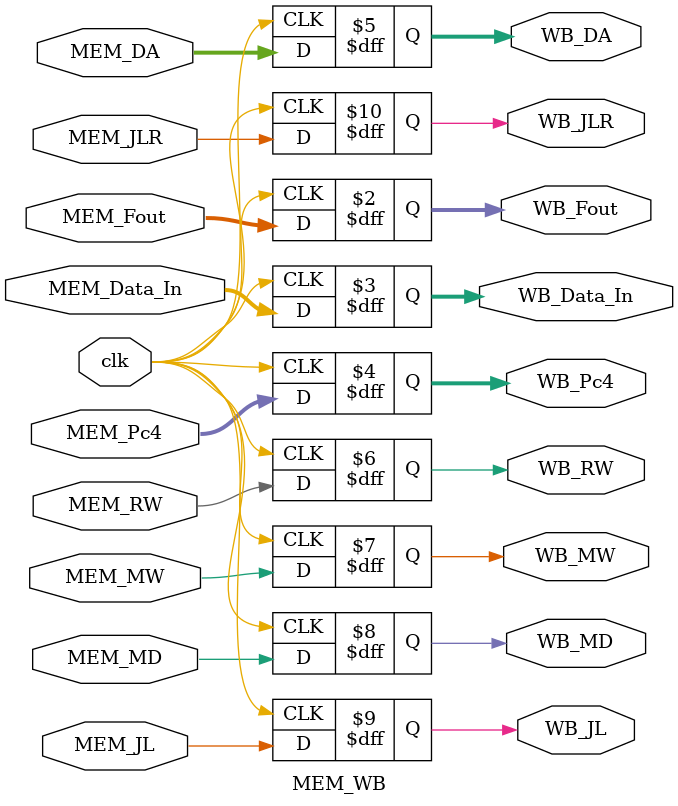
<source format=v>
module MEM_WB(
    input clk,
    input [31:0] MEM_Fout,
    input [31:0] MEM_Data_In,
    input [31:0] MEM_Pc4,
    input [4:0] MEM_DA,
    input MEM_RW, MEM_MW, MEM_MD, 
    input MEM_JL, MEM_JLR,
    
    output reg [31:0] WB_Fout,
    output reg [31:0] WB_Data_In,
    output reg [31:0] WB_Pc4,
    output reg [4:0] WB_DA,
    output reg WB_RW, WB_MW, WB_MD, 
    output reg WB_JL, WB_JLR
    );
     
    always @(posedge clk)
    begin
        WB_Fout <= MEM_Fout;
        WB_Data_In <= MEM_Data_In;
        WB_Pc4 <= MEM_Pc4;
        WB_DA <= MEM_DA;
        
        WB_RW <= MEM_RW;
        WB_MW <= MEM_MW;
        WB_MD <= MEM_MD; 
        
        WB_JL <= MEM_JL;
        WB_JLR <= MEM_JLR;
    end
     
endmodule

</source>
